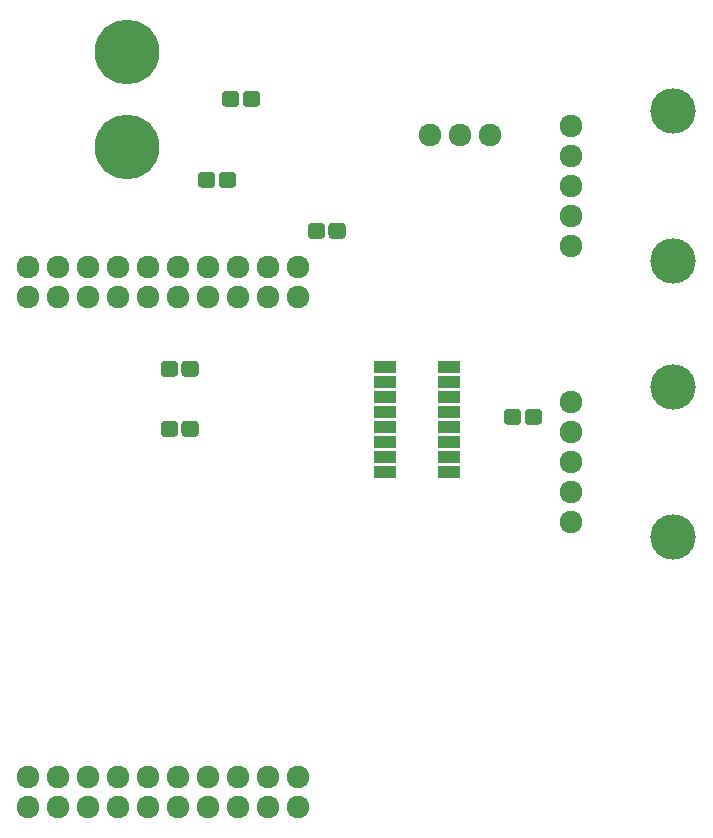
<source format=gbr>
G04 #@! TF.GenerationSoftware,KiCad,Pcbnew,(5.0.0)*
G04 #@! TF.CreationDate,2018-10-03T21:46:57-05:00*
G04 #@! TF.ProjectId,2018Training,32303138547261696E696E672E6B6963,rev?*
G04 #@! TF.SameCoordinates,Original*
G04 #@! TF.FileFunction,Soldermask,Top*
G04 #@! TF.FilePolarity,Negative*
%FSLAX46Y46*%
G04 Gerber Fmt 4.6, Leading zero omitted, Abs format (unit mm)*
G04 Created by KiCad (PCBNEW (5.0.0)) date 10/03/18 21:46:57*
%MOMM*%
%LPD*%
G01*
G04 APERTURE LIST*
%ADD10R,1.900000X1.000000*%
%ADD11C,3.850000*%
%ADD12C,1.924000*%
%ADD13C,0.100000*%
%ADD14C,1.350000*%
%ADD15C,5.480000*%
%ADD16C,1.920000*%
G04 APERTURE END LIST*
D10*
G04 #@! TO.C,U3*
X154940000Y-78105000D03*
X154940000Y-79375000D03*
X154940000Y-80645000D03*
X154940000Y-81915000D03*
X154940000Y-83185000D03*
X154940000Y-84455000D03*
X154940000Y-85725000D03*
X154940000Y-86995000D03*
X160340000Y-86995000D03*
X160340000Y-85725000D03*
X160340000Y-84455000D03*
X160340000Y-83185000D03*
X160340000Y-81915000D03*
X160340000Y-80645000D03*
X160340000Y-79375000D03*
X160340000Y-78105000D03*
G04 #@! TD*
D11*
G04 #@! TO.C,Conn3*
X179324000Y-92456000D03*
X179324000Y-79756000D03*
D12*
X170688000Y-91186000D03*
X170688000Y-88646000D03*
X170688000Y-86106000D03*
X170688000Y-83566000D03*
X170688000Y-81026000D03*
G04 #@! TD*
D13*
G04 #@! TO.C,C5*
G36*
X137100581Y-77558625D02*
X137133343Y-77563485D01*
X137165471Y-77571533D01*
X137196656Y-77582691D01*
X137226596Y-77596852D01*
X137255005Y-77613879D01*
X137281608Y-77633609D01*
X137306149Y-77655851D01*
X137328391Y-77680392D01*
X137348121Y-77706995D01*
X137365148Y-77735404D01*
X137379309Y-77765344D01*
X137390467Y-77796529D01*
X137398515Y-77828657D01*
X137403375Y-77861419D01*
X137405000Y-77894500D01*
X137405000Y-78569500D01*
X137403375Y-78602581D01*
X137398515Y-78635343D01*
X137390467Y-78667471D01*
X137379309Y-78698656D01*
X137365148Y-78728596D01*
X137348121Y-78757005D01*
X137328391Y-78783608D01*
X137306149Y-78808149D01*
X137281608Y-78830391D01*
X137255005Y-78850121D01*
X137226596Y-78867148D01*
X137196656Y-78881309D01*
X137165471Y-78892467D01*
X137133343Y-78900515D01*
X137100581Y-78905375D01*
X137067500Y-78907000D01*
X136292500Y-78907000D01*
X136259419Y-78905375D01*
X136226657Y-78900515D01*
X136194529Y-78892467D01*
X136163344Y-78881309D01*
X136133404Y-78867148D01*
X136104995Y-78850121D01*
X136078392Y-78830391D01*
X136053851Y-78808149D01*
X136031609Y-78783608D01*
X136011879Y-78757005D01*
X135994852Y-78728596D01*
X135980691Y-78698656D01*
X135969533Y-78667471D01*
X135961485Y-78635343D01*
X135956625Y-78602581D01*
X135955000Y-78569500D01*
X135955000Y-77894500D01*
X135956625Y-77861419D01*
X135961485Y-77828657D01*
X135969533Y-77796529D01*
X135980691Y-77765344D01*
X135994852Y-77735404D01*
X136011879Y-77706995D01*
X136031609Y-77680392D01*
X136053851Y-77655851D01*
X136078392Y-77633609D01*
X136104995Y-77613879D01*
X136133404Y-77596852D01*
X136163344Y-77582691D01*
X136194529Y-77571533D01*
X136226657Y-77563485D01*
X136259419Y-77558625D01*
X136292500Y-77557000D01*
X137067500Y-77557000D01*
X137100581Y-77558625D01*
X137100581Y-77558625D01*
G37*
D14*
X136680000Y-78232000D03*
D13*
G36*
X138850581Y-77558625D02*
X138883343Y-77563485D01*
X138915471Y-77571533D01*
X138946656Y-77582691D01*
X138976596Y-77596852D01*
X139005005Y-77613879D01*
X139031608Y-77633609D01*
X139056149Y-77655851D01*
X139078391Y-77680392D01*
X139098121Y-77706995D01*
X139115148Y-77735404D01*
X139129309Y-77765344D01*
X139140467Y-77796529D01*
X139148515Y-77828657D01*
X139153375Y-77861419D01*
X139155000Y-77894500D01*
X139155000Y-78569500D01*
X139153375Y-78602581D01*
X139148515Y-78635343D01*
X139140467Y-78667471D01*
X139129309Y-78698656D01*
X139115148Y-78728596D01*
X139098121Y-78757005D01*
X139078391Y-78783608D01*
X139056149Y-78808149D01*
X139031608Y-78830391D01*
X139005005Y-78850121D01*
X138976596Y-78867148D01*
X138946656Y-78881309D01*
X138915471Y-78892467D01*
X138883343Y-78900515D01*
X138850581Y-78905375D01*
X138817500Y-78907000D01*
X138042500Y-78907000D01*
X138009419Y-78905375D01*
X137976657Y-78900515D01*
X137944529Y-78892467D01*
X137913344Y-78881309D01*
X137883404Y-78867148D01*
X137854995Y-78850121D01*
X137828392Y-78830391D01*
X137803851Y-78808149D01*
X137781609Y-78783608D01*
X137761879Y-78757005D01*
X137744852Y-78728596D01*
X137730691Y-78698656D01*
X137719533Y-78667471D01*
X137711485Y-78635343D01*
X137706625Y-78602581D01*
X137705000Y-78569500D01*
X137705000Y-77894500D01*
X137706625Y-77861419D01*
X137711485Y-77828657D01*
X137719533Y-77796529D01*
X137730691Y-77765344D01*
X137744852Y-77735404D01*
X137761879Y-77706995D01*
X137781609Y-77680392D01*
X137803851Y-77655851D01*
X137828392Y-77633609D01*
X137854995Y-77613879D01*
X137883404Y-77596852D01*
X137913344Y-77582691D01*
X137944529Y-77571533D01*
X137976657Y-77563485D01*
X138009419Y-77558625D01*
X138042500Y-77557000D01*
X138817500Y-77557000D01*
X138850581Y-77558625D01*
X138850581Y-77558625D01*
G37*
D14*
X138430000Y-78232000D03*
G04 #@! TD*
D12*
G04 #@! TO.C,Conn2*
X170688000Y-57658000D03*
X170688000Y-60198000D03*
X170688000Y-62738000D03*
X170688000Y-65278000D03*
X170688000Y-67818000D03*
D11*
X179324000Y-56388000D03*
X179324000Y-69088000D03*
G04 #@! TD*
D15*
G04 #@! TO.C,Conn1*
X133121400Y-59437000D03*
X133121400Y-51436000D03*
G04 #@! TD*
D16*
G04 #@! TO.C,U1*
X124739001Y-115315001D03*
X147599001Y-69595001D03*
X145059001Y-69595001D03*
X137439001Y-69595001D03*
X134899001Y-112775001D03*
X139979001Y-69595001D03*
X142519001Y-69595001D03*
X139979001Y-115315001D03*
X145059001Y-112775001D03*
X134899001Y-69595001D03*
X132359001Y-69595001D03*
X145059001Y-115315001D03*
X139979001Y-112775001D03*
X137439001Y-112775001D03*
X124739001Y-112775001D03*
X127279001Y-112775001D03*
X129819001Y-112775001D03*
X132359001Y-112775001D03*
X142519001Y-112775001D03*
X147599001Y-112775001D03*
X127279001Y-115315001D03*
X129819001Y-115315001D03*
X132359001Y-115315001D03*
X134899001Y-115315001D03*
X137439001Y-115315001D03*
X142519001Y-115315001D03*
X147599001Y-115315001D03*
X124739001Y-72135001D03*
X127279001Y-72135001D03*
X129819001Y-72135001D03*
X132359001Y-72135001D03*
X134899001Y-72135001D03*
X137439001Y-72135001D03*
X139979001Y-72135001D03*
X142519001Y-72135001D03*
X145059001Y-72135001D03*
X147599001Y-72135001D03*
X124739001Y-69595001D03*
X127279001Y-69595001D03*
X129819001Y-69595001D03*
G04 #@! TD*
D12*
G04 #@! TO.C,U2*
X163830000Y-58420000D03*
X161290000Y-58420000D03*
X158750000Y-58420000D03*
G04 #@! TD*
D13*
G04 #@! TO.C,C1*
G36*
X142293581Y-54698625D02*
X142326343Y-54703485D01*
X142358471Y-54711533D01*
X142389656Y-54722691D01*
X142419596Y-54736852D01*
X142448005Y-54753879D01*
X142474608Y-54773609D01*
X142499149Y-54795851D01*
X142521391Y-54820392D01*
X142541121Y-54846995D01*
X142558148Y-54875404D01*
X142572309Y-54905344D01*
X142583467Y-54936529D01*
X142591515Y-54968657D01*
X142596375Y-55001419D01*
X142598000Y-55034500D01*
X142598000Y-55709500D01*
X142596375Y-55742581D01*
X142591515Y-55775343D01*
X142583467Y-55807471D01*
X142572309Y-55838656D01*
X142558148Y-55868596D01*
X142541121Y-55897005D01*
X142521391Y-55923608D01*
X142499149Y-55948149D01*
X142474608Y-55970391D01*
X142448005Y-55990121D01*
X142419596Y-56007148D01*
X142389656Y-56021309D01*
X142358471Y-56032467D01*
X142326343Y-56040515D01*
X142293581Y-56045375D01*
X142260500Y-56047000D01*
X141485500Y-56047000D01*
X141452419Y-56045375D01*
X141419657Y-56040515D01*
X141387529Y-56032467D01*
X141356344Y-56021309D01*
X141326404Y-56007148D01*
X141297995Y-55990121D01*
X141271392Y-55970391D01*
X141246851Y-55948149D01*
X141224609Y-55923608D01*
X141204879Y-55897005D01*
X141187852Y-55868596D01*
X141173691Y-55838656D01*
X141162533Y-55807471D01*
X141154485Y-55775343D01*
X141149625Y-55742581D01*
X141148000Y-55709500D01*
X141148000Y-55034500D01*
X141149625Y-55001419D01*
X141154485Y-54968657D01*
X141162533Y-54936529D01*
X141173691Y-54905344D01*
X141187852Y-54875404D01*
X141204879Y-54846995D01*
X141224609Y-54820392D01*
X141246851Y-54795851D01*
X141271392Y-54773609D01*
X141297995Y-54753879D01*
X141326404Y-54736852D01*
X141356344Y-54722691D01*
X141387529Y-54711533D01*
X141419657Y-54703485D01*
X141452419Y-54698625D01*
X141485500Y-54697000D01*
X142260500Y-54697000D01*
X142293581Y-54698625D01*
X142293581Y-54698625D01*
G37*
D14*
X141873000Y-55372000D03*
D13*
G36*
X144043581Y-54698625D02*
X144076343Y-54703485D01*
X144108471Y-54711533D01*
X144139656Y-54722691D01*
X144169596Y-54736852D01*
X144198005Y-54753879D01*
X144224608Y-54773609D01*
X144249149Y-54795851D01*
X144271391Y-54820392D01*
X144291121Y-54846995D01*
X144308148Y-54875404D01*
X144322309Y-54905344D01*
X144333467Y-54936529D01*
X144341515Y-54968657D01*
X144346375Y-55001419D01*
X144348000Y-55034500D01*
X144348000Y-55709500D01*
X144346375Y-55742581D01*
X144341515Y-55775343D01*
X144333467Y-55807471D01*
X144322309Y-55838656D01*
X144308148Y-55868596D01*
X144291121Y-55897005D01*
X144271391Y-55923608D01*
X144249149Y-55948149D01*
X144224608Y-55970391D01*
X144198005Y-55990121D01*
X144169596Y-56007148D01*
X144139656Y-56021309D01*
X144108471Y-56032467D01*
X144076343Y-56040515D01*
X144043581Y-56045375D01*
X144010500Y-56047000D01*
X143235500Y-56047000D01*
X143202419Y-56045375D01*
X143169657Y-56040515D01*
X143137529Y-56032467D01*
X143106344Y-56021309D01*
X143076404Y-56007148D01*
X143047995Y-55990121D01*
X143021392Y-55970391D01*
X142996851Y-55948149D01*
X142974609Y-55923608D01*
X142954879Y-55897005D01*
X142937852Y-55868596D01*
X142923691Y-55838656D01*
X142912533Y-55807471D01*
X142904485Y-55775343D01*
X142899625Y-55742581D01*
X142898000Y-55709500D01*
X142898000Y-55034500D01*
X142899625Y-55001419D01*
X142904485Y-54968657D01*
X142912533Y-54936529D01*
X142923691Y-54905344D01*
X142937852Y-54875404D01*
X142954879Y-54846995D01*
X142974609Y-54820392D01*
X142996851Y-54795851D01*
X143021392Y-54773609D01*
X143047995Y-54753879D01*
X143076404Y-54736852D01*
X143106344Y-54722691D01*
X143137529Y-54711533D01*
X143169657Y-54703485D01*
X143202419Y-54698625D01*
X143235500Y-54697000D01*
X144010500Y-54697000D01*
X144043581Y-54698625D01*
X144043581Y-54698625D01*
G37*
D14*
X143623000Y-55372000D03*
G04 #@! TD*
D13*
G04 #@! TO.C,C2*
G36*
X142011581Y-61556625D02*
X142044343Y-61561485D01*
X142076471Y-61569533D01*
X142107656Y-61580691D01*
X142137596Y-61594852D01*
X142166005Y-61611879D01*
X142192608Y-61631609D01*
X142217149Y-61653851D01*
X142239391Y-61678392D01*
X142259121Y-61704995D01*
X142276148Y-61733404D01*
X142290309Y-61763344D01*
X142301467Y-61794529D01*
X142309515Y-61826657D01*
X142314375Y-61859419D01*
X142316000Y-61892500D01*
X142316000Y-62567500D01*
X142314375Y-62600581D01*
X142309515Y-62633343D01*
X142301467Y-62665471D01*
X142290309Y-62696656D01*
X142276148Y-62726596D01*
X142259121Y-62755005D01*
X142239391Y-62781608D01*
X142217149Y-62806149D01*
X142192608Y-62828391D01*
X142166005Y-62848121D01*
X142137596Y-62865148D01*
X142107656Y-62879309D01*
X142076471Y-62890467D01*
X142044343Y-62898515D01*
X142011581Y-62903375D01*
X141978500Y-62905000D01*
X141203500Y-62905000D01*
X141170419Y-62903375D01*
X141137657Y-62898515D01*
X141105529Y-62890467D01*
X141074344Y-62879309D01*
X141044404Y-62865148D01*
X141015995Y-62848121D01*
X140989392Y-62828391D01*
X140964851Y-62806149D01*
X140942609Y-62781608D01*
X140922879Y-62755005D01*
X140905852Y-62726596D01*
X140891691Y-62696656D01*
X140880533Y-62665471D01*
X140872485Y-62633343D01*
X140867625Y-62600581D01*
X140866000Y-62567500D01*
X140866000Y-61892500D01*
X140867625Y-61859419D01*
X140872485Y-61826657D01*
X140880533Y-61794529D01*
X140891691Y-61763344D01*
X140905852Y-61733404D01*
X140922879Y-61704995D01*
X140942609Y-61678392D01*
X140964851Y-61653851D01*
X140989392Y-61631609D01*
X141015995Y-61611879D01*
X141044404Y-61594852D01*
X141074344Y-61580691D01*
X141105529Y-61569533D01*
X141137657Y-61561485D01*
X141170419Y-61556625D01*
X141203500Y-61555000D01*
X141978500Y-61555000D01*
X142011581Y-61556625D01*
X142011581Y-61556625D01*
G37*
D14*
X141591000Y-62230000D03*
D13*
G36*
X140261581Y-61556625D02*
X140294343Y-61561485D01*
X140326471Y-61569533D01*
X140357656Y-61580691D01*
X140387596Y-61594852D01*
X140416005Y-61611879D01*
X140442608Y-61631609D01*
X140467149Y-61653851D01*
X140489391Y-61678392D01*
X140509121Y-61704995D01*
X140526148Y-61733404D01*
X140540309Y-61763344D01*
X140551467Y-61794529D01*
X140559515Y-61826657D01*
X140564375Y-61859419D01*
X140566000Y-61892500D01*
X140566000Y-62567500D01*
X140564375Y-62600581D01*
X140559515Y-62633343D01*
X140551467Y-62665471D01*
X140540309Y-62696656D01*
X140526148Y-62726596D01*
X140509121Y-62755005D01*
X140489391Y-62781608D01*
X140467149Y-62806149D01*
X140442608Y-62828391D01*
X140416005Y-62848121D01*
X140387596Y-62865148D01*
X140357656Y-62879309D01*
X140326471Y-62890467D01*
X140294343Y-62898515D01*
X140261581Y-62903375D01*
X140228500Y-62905000D01*
X139453500Y-62905000D01*
X139420419Y-62903375D01*
X139387657Y-62898515D01*
X139355529Y-62890467D01*
X139324344Y-62879309D01*
X139294404Y-62865148D01*
X139265995Y-62848121D01*
X139239392Y-62828391D01*
X139214851Y-62806149D01*
X139192609Y-62781608D01*
X139172879Y-62755005D01*
X139155852Y-62726596D01*
X139141691Y-62696656D01*
X139130533Y-62665471D01*
X139122485Y-62633343D01*
X139117625Y-62600581D01*
X139116000Y-62567500D01*
X139116000Y-61892500D01*
X139117625Y-61859419D01*
X139122485Y-61826657D01*
X139130533Y-61794529D01*
X139141691Y-61763344D01*
X139155852Y-61733404D01*
X139172879Y-61704995D01*
X139192609Y-61678392D01*
X139214851Y-61653851D01*
X139239392Y-61631609D01*
X139265995Y-61611879D01*
X139294404Y-61594852D01*
X139324344Y-61580691D01*
X139355529Y-61569533D01*
X139387657Y-61561485D01*
X139420419Y-61556625D01*
X139453500Y-61555000D01*
X140228500Y-61555000D01*
X140261581Y-61556625D01*
X140261581Y-61556625D01*
G37*
D14*
X139841000Y-62230000D03*
G04 #@! TD*
D13*
G04 #@! TO.C,C3*
G36*
X149546581Y-65874625D02*
X149579343Y-65879485D01*
X149611471Y-65887533D01*
X149642656Y-65898691D01*
X149672596Y-65912852D01*
X149701005Y-65929879D01*
X149727608Y-65949609D01*
X149752149Y-65971851D01*
X149774391Y-65996392D01*
X149794121Y-66022995D01*
X149811148Y-66051404D01*
X149825309Y-66081344D01*
X149836467Y-66112529D01*
X149844515Y-66144657D01*
X149849375Y-66177419D01*
X149851000Y-66210500D01*
X149851000Y-66885500D01*
X149849375Y-66918581D01*
X149844515Y-66951343D01*
X149836467Y-66983471D01*
X149825309Y-67014656D01*
X149811148Y-67044596D01*
X149794121Y-67073005D01*
X149774391Y-67099608D01*
X149752149Y-67124149D01*
X149727608Y-67146391D01*
X149701005Y-67166121D01*
X149672596Y-67183148D01*
X149642656Y-67197309D01*
X149611471Y-67208467D01*
X149579343Y-67216515D01*
X149546581Y-67221375D01*
X149513500Y-67223000D01*
X148738500Y-67223000D01*
X148705419Y-67221375D01*
X148672657Y-67216515D01*
X148640529Y-67208467D01*
X148609344Y-67197309D01*
X148579404Y-67183148D01*
X148550995Y-67166121D01*
X148524392Y-67146391D01*
X148499851Y-67124149D01*
X148477609Y-67099608D01*
X148457879Y-67073005D01*
X148440852Y-67044596D01*
X148426691Y-67014656D01*
X148415533Y-66983471D01*
X148407485Y-66951343D01*
X148402625Y-66918581D01*
X148401000Y-66885500D01*
X148401000Y-66210500D01*
X148402625Y-66177419D01*
X148407485Y-66144657D01*
X148415533Y-66112529D01*
X148426691Y-66081344D01*
X148440852Y-66051404D01*
X148457879Y-66022995D01*
X148477609Y-65996392D01*
X148499851Y-65971851D01*
X148524392Y-65949609D01*
X148550995Y-65929879D01*
X148579404Y-65912852D01*
X148609344Y-65898691D01*
X148640529Y-65887533D01*
X148672657Y-65879485D01*
X148705419Y-65874625D01*
X148738500Y-65873000D01*
X149513500Y-65873000D01*
X149546581Y-65874625D01*
X149546581Y-65874625D01*
G37*
D14*
X149126000Y-66548000D03*
D13*
G36*
X151296581Y-65874625D02*
X151329343Y-65879485D01*
X151361471Y-65887533D01*
X151392656Y-65898691D01*
X151422596Y-65912852D01*
X151451005Y-65929879D01*
X151477608Y-65949609D01*
X151502149Y-65971851D01*
X151524391Y-65996392D01*
X151544121Y-66022995D01*
X151561148Y-66051404D01*
X151575309Y-66081344D01*
X151586467Y-66112529D01*
X151594515Y-66144657D01*
X151599375Y-66177419D01*
X151601000Y-66210500D01*
X151601000Y-66885500D01*
X151599375Y-66918581D01*
X151594515Y-66951343D01*
X151586467Y-66983471D01*
X151575309Y-67014656D01*
X151561148Y-67044596D01*
X151544121Y-67073005D01*
X151524391Y-67099608D01*
X151502149Y-67124149D01*
X151477608Y-67146391D01*
X151451005Y-67166121D01*
X151422596Y-67183148D01*
X151392656Y-67197309D01*
X151361471Y-67208467D01*
X151329343Y-67216515D01*
X151296581Y-67221375D01*
X151263500Y-67223000D01*
X150488500Y-67223000D01*
X150455419Y-67221375D01*
X150422657Y-67216515D01*
X150390529Y-67208467D01*
X150359344Y-67197309D01*
X150329404Y-67183148D01*
X150300995Y-67166121D01*
X150274392Y-67146391D01*
X150249851Y-67124149D01*
X150227609Y-67099608D01*
X150207879Y-67073005D01*
X150190852Y-67044596D01*
X150176691Y-67014656D01*
X150165533Y-66983471D01*
X150157485Y-66951343D01*
X150152625Y-66918581D01*
X150151000Y-66885500D01*
X150151000Y-66210500D01*
X150152625Y-66177419D01*
X150157485Y-66144657D01*
X150165533Y-66112529D01*
X150176691Y-66081344D01*
X150190852Y-66051404D01*
X150207879Y-66022995D01*
X150227609Y-65996392D01*
X150249851Y-65971851D01*
X150274392Y-65949609D01*
X150300995Y-65929879D01*
X150329404Y-65912852D01*
X150359344Y-65898691D01*
X150390529Y-65887533D01*
X150422657Y-65879485D01*
X150455419Y-65874625D01*
X150488500Y-65873000D01*
X151263500Y-65873000D01*
X151296581Y-65874625D01*
X151296581Y-65874625D01*
G37*
D14*
X150876000Y-66548000D03*
G04 #@! TD*
D13*
G04 #@! TO.C,C4*
G36*
X167919581Y-81622625D02*
X167952343Y-81627485D01*
X167984471Y-81635533D01*
X168015656Y-81646691D01*
X168045596Y-81660852D01*
X168074005Y-81677879D01*
X168100608Y-81697609D01*
X168125149Y-81719851D01*
X168147391Y-81744392D01*
X168167121Y-81770995D01*
X168184148Y-81799404D01*
X168198309Y-81829344D01*
X168209467Y-81860529D01*
X168217515Y-81892657D01*
X168222375Y-81925419D01*
X168224000Y-81958500D01*
X168224000Y-82633500D01*
X168222375Y-82666581D01*
X168217515Y-82699343D01*
X168209467Y-82731471D01*
X168198309Y-82762656D01*
X168184148Y-82792596D01*
X168167121Y-82821005D01*
X168147391Y-82847608D01*
X168125149Y-82872149D01*
X168100608Y-82894391D01*
X168074005Y-82914121D01*
X168045596Y-82931148D01*
X168015656Y-82945309D01*
X167984471Y-82956467D01*
X167952343Y-82964515D01*
X167919581Y-82969375D01*
X167886500Y-82971000D01*
X167111500Y-82971000D01*
X167078419Y-82969375D01*
X167045657Y-82964515D01*
X167013529Y-82956467D01*
X166982344Y-82945309D01*
X166952404Y-82931148D01*
X166923995Y-82914121D01*
X166897392Y-82894391D01*
X166872851Y-82872149D01*
X166850609Y-82847608D01*
X166830879Y-82821005D01*
X166813852Y-82792596D01*
X166799691Y-82762656D01*
X166788533Y-82731471D01*
X166780485Y-82699343D01*
X166775625Y-82666581D01*
X166774000Y-82633500D01*
X166774000Y-81958500D01*
X166775625Y-81925419D01*
X166780485Y-81892657D01*
X166788533Y-81860529D01*
X166799691Y-81829344D01*
X166813852Y-81799404D01*
X166830879Y-81770995D01*
X166850609Y-81744392D01*
X166872851Y-81719851D01*
X166897392Y-81697609D01*
X166923995Y-81677879D01*
X166952404Y-81660852D01*
X166982344Y-81646691D01*
X167013529Y-81635533D01*
X167045657Y-81627485D01*
X167078419Y-81622625D01*
X167111500Y-81621000D01*
X167886500Y-81621000D01*
X167919581Y-81622625D01*
X167919581Y-81622625D01*
G37*
D14*
X167499000Y-82296000D03*
D13*
G36*
X166169581Y-81622625D02*
X166202343Y-81627485D01*
X166234471Y-81635533D01*
X166265656Y-81646691D01*
X166295596Y-81660852D01*
X166324005Y-81677879D01*
X166350608Y-81697609D01*
X166375149Y-81719851D01*
X166397391Y-81744392D01*
X166417121Y-81770995D01*
X166434148Y-81799404D01*
X166448309Y-81829344D01*
X166459467Y-81860529D01*
X166467515Y-81892657D01*
X166472375Y-81925419D01*
X166474000Y-81958500D01*
X166474000Y-82633500D01*
X166472375Y-82666581D01*
X166467515Y-82699343D01*
X166459467Y-82731471D01*
X166448309Y-82762656D01*
X166434148Y-82792596D01*
X166417121Y-82821005D01*
X166397391Y-82847608D01*
X166375149Y-82872149D01*
X166350608Y-82894391D01*
X166324005Y-82914121D01*
X166295596Y-82931148D01*
X166265656Y-82945309D01*
X166234471Y-82956467D01*
X166202343Y-82964515D01*
X166169581Y-82969375D01*
X166136500Y-82971000D01*
X165361500Y-82971000D01*
X165328419Y-82969375D01*
X165295657Y-82964515D01*
X165263529Y-82956467D01*
X165232344Y-82945309D01*
X165202404Y-82931148D01*
X165173995Y-82914121D01*
X165147392Y-82894391D01*
X165122851Y-82872149D01*
X165100609Y-82847608D01*
X165080879Y-82821005D01*
X165063852Y-82792596D01*
X165049691Y-82762656D01*
X165038533Y-82731471D01*
X165030485Y-82699343D01*
X165025625Y-82666581D01*
X165024000Y-82633500D01*
X165024000Y-81958500D01*
X165025625Y-81925419D01*
X165030485Y-81892657D01*
X165038533Y-81860529D01*
X165049691Y-81829344D01*
X165063852Y-81799404D01*
X165080879Y-81770995D01*
X165100609Y-81744392D01*
X165122851Y-81719851D01*
X165147392Y-81697609D01*
X165173995Y-81677879D01*
X165202404Y-81660852D01*
X165232344Y-81646691D01*
X165263529Y-81635533D01*
X165295657Y-81627485D01*
X165328419Y-81622625D01*
X165361500Y-81621000D01*
X166136500Y-81621000D01*
X166169581Y-81622625D01*
X166169581Y-81622625D01*
G37*
D14*
X165749000Y-82296000D03*
G04 #@! TD*
D13*
G04 #@! TO.C,C6*
G36*
X138850581Y-82638625D02*
X138883343Y-82643485D01*
X138915471Y-82651533D01*
X138946656Y-82662691D01*
X138976596Y-82676852D01*
X139005005Y-82693879D01*
X139031608Y-82713609D01*
X139056149Y-82735851D01*
X139078391Y-82760392D01*
X139098121Y-82786995D01*
X139115148Y-82815404D01*
X139129309Y-82845344D01*
X139140467Y-82876529D01*
X139148515Y-82908657D01*
X139153375Y-82941419D01*
X139155000Y-82974500D01*
X139155000Y-83649500D01*
X139153375Y-83682581D01*
X139148515Y-83715343D01*
X139140467Y-83747471D01*
X139129309Y-83778656D01*
X139115148Y-83808596D01*
X139098121Y-83837005D01*
X139078391Y-83863608D01*
X139056149Y-83888149D01*
X139031608Y-83910391D01*
X139005005Y-83930121D01*
X138976596Y-83947148D01*
X138946656Y-83961309D01*
X138915471Y-83972467D01*
X138883343Y-83980515D01*
X138850581Y-83985375D01*
X138817500Y-83987000D01*
X138042500Y-83987000D01*
X138009419Y-83985375D01*
X137976657Y-83980515D01*
X137944529Y-83972467D01*
X137913344Y-83961309D01*
X137883404Y-83947148D01*
X137854995Y-83930121D01*
X137828392Y-83910391D01*
X137803851Y-83888149D01*
X137781609Y-83863608D01*
X137761879Y-83837005D01*
X137744852Y-83808596D01*
X137730691Y-83778656D01*
X137719533Y-83747471D01*
X137711485Y-83715343D01*
X137706625Y-83682581D01*
X137705000Y-83649500D01*
X137705000Y-82974500D01*
X137706625Y-82941419D01*
X137711485Y-82908657D01*
X137719533Y-82876529D01*
X137730691Y-82845344D01*
X137744852Y-82815404D01*
X137761879Y-82786995D01*
X137781609Y-82760392D01*
X137803851Y-82735851D01*
X137828392Y-82713609D01*
X137854995Y-82693879D01*
X137883404Y-82676852D01*
X137913344Y-82662691D01*
X137944529Y-82651533D01*
X137976657Y-82643485D01*
X138009419Y-82638625D01*
X138042500Y-82637000D01*
X138817500Y-82637000D01*
X138850581Y-82638625D01*
X138850581Y-82638625D01*
G37*
D14*
X138430000Y-83312000D03*
D13*
G36*
X137100581Y-82638625D02*
X137133343Y-82643485D01*
X137165471Y-82651533D01*
X137196656Y-82662691D01*
X137226596Y-82676852D01*
X137255005Y-82693879D01*
X137281608Y-82713609D01*
X137306149Y-82735851D01*
X137328391Y-82760392D01*
X137348121Y-82786995D01*
X137365148Y-82815404D01*
X137379309Y-82845344D01*
X137390467Y-82876529D01*
X137398515Y-82908657D01*
X137403375Y-82941419D01*
X137405000Y-82974500D01*
X137405000Y-83649500D01*
X137403375Y-83682581D01*
X137398515Y-83715343D01*
X137390467Y-83747471D01*
X137379309Y-83778656D01*
X137365148Y-83808596D01*
X137348121Y-83837005D01*
X137328391Y-83863608D01*
X137306149Y-83888149D01*
X137281608Y-83910391D01*
X137255005Y-83930121D01*
X137226596Y-83947148D01*
X137196656Y-83961309D01*
X137165471Y-83972467D01*
X137133343Y-83980515D01*
X137100581Y-83985375D01*
X137067500Y-83987000D01*
X136292500Y-83987000D01*
X136259419Y-83985375D01*
X136226657Y-83980515D01*
X136194529Y-83972467D01*
X136163344Y-83961309D01*
X136133404Y-83947148D01*
X136104995Y-83930121D01*
X136078392Y-83910391D01*
X136053851Y-83888149D01*
X136031609Y-83863608D01*
X136011879Y-83837005D01*
X135994852Y-83808596D01*
X135980691Y-83778656D01*
X135969533Y-83747471D01*
X135961485Y-83715343D01*
X135956625Y-83682581D01*
X135955000Y-83649500D01*
X135955000Y-82974500D01*
X135956625Y-82941419D01*
X135961485Y-82908657D01*
X135969533Y-82876529D01*
X135980691Y-82845344D01*
X135994852Y-82815404D01*
X136011879Y-82786995D01*
X136031609Y-82760392D01*
X136053851Y-82735851D01*
X136078392Y-82713609D01*
X136104995Y-82693879D01*
X136133404Y-82676852D01*
X136163344Y-82662691D01*
X136194529Y-82651533D01*
X136226657Y-82643485D01*
X136259419Y-82638625D01*
X136292500Y-82637000D01*
X137067500Y-82637000D01*
X137100581Y-82638625D01*
X137100581Y-82638625D01*
G37*
D14*
X136680000Y-83312000D03*
G04 #@! TD*
M02*

</source>
